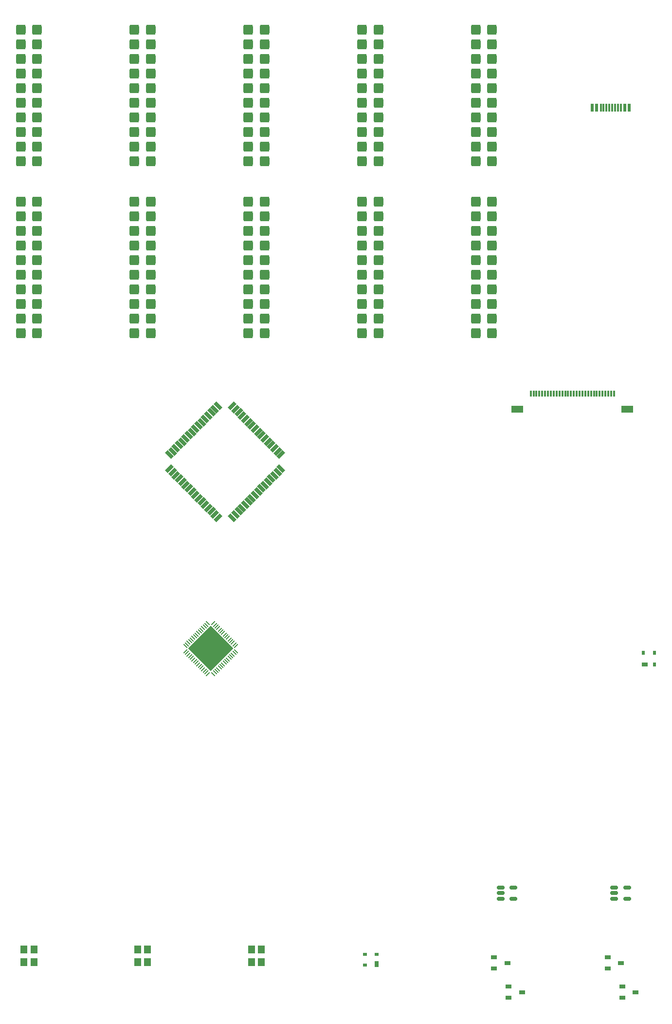
<source format=gbr>
%TF.GenerationSoftware,KiCad,Pcbnew,(6.0.2)*%
%TF.CreationDate,2022-03-22T08:03:31-04:00*%
%TF.ProjectId,Panel,50616e65-6c2e-46b6-9963-61645f706362,rev?*%
%TF.SameCoordinates,Original*%
%TF.FileFunction,Paste,Top*%
%TF.FilePolarity,Positive*%
%FSLAX46Y46*%
G04 Gerber Fmt 4.6, Leading zero omitted, Abs format (unit mm)*
G04 Created by KiCad (PCBNEW (6.0.2)) date 2022-03-22 08:03:31*
%MOMM*%
%LPD*%
G01*
G04 APERTURE LIST*
G04 Aperture macros list*
%AMRoundRect*
0 Rectangle with rounded corners*
0 $1 Rounding radius*
0 $2 $3 $4 $5 $6 $7 $8 $9 X,Y pos of 4 corners*
0 Add a 4 corners polygon primitive as box body*
4,1,4,$2,$3,$4,$5,$6,$7,$8,$9,$2,$3,0*
0 Add four circle primitives for the rounded corners*
1,1,$1+$1,$2,$3*
1,1,$1+$1,$4,$5*
1,1,$1+$1,$6,$7*
1,1,$1+$1,$8,$9*
0 Add four rect primitives between the rounded corners*
20,1,$1+$1,$2,$3,$4,$5,0*
20,1,$1+$1,$4,$5,$6,$7,0*
20,1,$1+$1,$6,$7,$8,$9,0*
20,1,$1+$1,$8,$9,$2,$3,0*%
%AMRotRect*
0 Rectangle, with rotation*
0 The origin of the aperture is its center*
0 $1 length*
0 $2 width*
0 $3 Rotation angle, in degrees counterclockwise*
0 Add horizontal line*
21,1,$1,$2,0,0,$3*%
G04 Aperture macros list end*
%ADD10RoundRect,0.289474X-0.535526X-0.585526X0.535526X-0.585526X0.535526X0.585526X-0.535526X0.585526X0*%
%ADD11R,1.200000X1.400000*%
%ADD12RotRect,0.600000X1.475000X135.000000*%
%ADD13RotRect,0.600000X1.475000X45.000000*%
%ADD14R,0.700000X1.000000*%
%ADD15R,0.700000X0.600000*%
%ADD16R,1.050000X0.700000*%
%ADD17R,0.300000X1.000000*%
%ADD18R,2.000000X1.300000*%
%ADD19RoundRect,0.150000X-0.512500X-0.150000X0.512500X-0.150000X0.512500X0.150000X-0.512500X0.150000X0*%
%ADD20R,1.000000X0.700000*%
%ADD21R,0.600000X0.700000*%
%ADD22R,0.600000X1.450000*%
%ADD23R,0.300000X1.450000*%
%ADD24RotRect,0.200000X0.850000X135.000000*%
%ADD25RotRect,0.200000X0.850000X45.000000*%
%ADD26RotRect,5.550000X5.550000X45.000000*%
G04 APERTURE END LIST*
D10*
%TO.C,G70*%
X88191699Y-91059998D03*
X91013999Y-91059998D03*
%TD*%
%TO.C,G23*%
X107991699Y-43339998D03*
X110813999Y-43339998D03*
%TD*%
%TO.C,G91*%
X147591699Y-68199998D03*
X150413999Y-68199998D03*
%TD*%
%TO.C,G16*%
X88191699Y-50959998D03*
X91013999Y-50959998D03*
%TD*%
%TO.C,G75*%
X107991699Y-78359998D03*
X110813999Y-78359998D03*
%TD*%
%TO.C,G50*%
X147591699Y-61119998D03*
X150413999Y-61119998D03*
%TD*%
D11*
%TO.C,Y2*%
X88749999Y-198179999D03*
X88749999Y-200379999D03*
X90449999Y-200379999D03*
X90449999Y-198179999D03*
%TD*%
D12*
%TO.C,IC1*%
X94238366Y-114608951D03*
X94804051Y-115174636D03*
X95369737Y-115740321D03*
X95935422Y-116306007D03*
X96501108Y-116871692D03*
X97066793Y-117437378D03*
X97632479Y-118003063D03*
X98198164Y-118568749D03*
X98763849Y-119134434D03*
X99329535Y-119700119D03*
X99895220Y-120265805D03*
X100460906Y-120831490D03*
X101026591Y-121397176D03*
X101592277Y-121962861D03*
X102157962Y-122528547D03*
X102723647Y-123094232D03*
D13*
X105181551Y-123094232D03*
X105747236Y-122528547D03*
X106312921Y-121962861D03*
X106878607Y-121397176D03*
X107444292Y-120831490D03*
X108009978Y-120265805D03*
X108575663Y-119700119D03*
X109141349Y-119134434D03*
X109707034Y-118568749D03*
X110272719Y-118003063D03*
X110838405Y-117437378D03*
X111404090Y-116871692D03*
X111969776Y-116306007D03*
X112535461Y-115740321D03*
X113101147Y-115174636D03*
X113666832Y-114608951D03*
D12*
X113666832Y-112151047D03*
X113101147Y-111585362D03*
X112535461Y-111019677D03*
X111969776Y-110453991D03*
X111404090Y-109888306D03*
X110838405Y-109322620D03*
X110272719Y-108756935D03*
X109707034Y-108191249D03*
X109141349Y-107625564D03*
X108575663Y-107059879D03*
X108009978Y-106494193D03*
X107444292Y-105928508D03*
X106878607Y-105362822D03*
X106312921Y-104797137D03*
X105747236Y-104231451D03*
X105181551Y-103665766D03*
D13*
X102723647Y-103665766D03*
X102157962Y-104231451D03*
X101592277Y-104797137D03*
X101026591Y-105362822D03*
X100460906Y-105928508D03*
X99895220Y-106494193D03*
X99329535Y-107059879D03*
X98763849Y-107625564D03*
X98198164Y-108191249D03*
X97632479Y-108756935D03*
X97066793Y-109322620D03*
X96501108Y-109888306D03*
X95935422Y-110453991D03*
X95369737Y-111019677D03*
X94804051Y-111585362D03*
X94238366Y-112151047D03*
%TD*%
D10*
%TO.C,G53*%
X68391699Y-73279998D03*
X71213999Y-73279998D03*
%TD*%
%TO.C,G90*%
X127791699Y-91059998D03*
X130613999Y-91059998D03*
%TD*%
%TO.C,G13*%
X88191699Y-43339998D03*
X91013999Y-43339998D03*
%TD*%
%TO.C,G40*%
X127791699Y-61119998D03*
X130613999Y-61119998D03*
%TD*%
D14*
%TO.C,U3*%
X130320000Y-200659999D03*
D15*
X130320000Y-198959999D03*
X128320000Y-198959999D03*
X128320000Y-200859999D03*
%TD*%
D10*
%TO.C,G66*%
X88191699Y-80899998D03*
X91013999Y-80899998D03*
%TD*%
%TO.C,G86*%
X127791699Y-80899998D03*
X130613999Y-80899998D03*
%TD*%
%TO.C,G33*%
X127791699Y-43339998D03*
X130613999Y-43339998D03*
%TD*%
%TO.C,G73*%
X107991699Y-73279998D03*
X110813999Y-73279998D03*
%TD*%
%TO.C,G57*%
X68391699Y-83439998D03*
X71213999Y-83439998D03*
%TD*%
D16*
%TO.C,IC2*%
X150749998Y-199530001D03*
X150749998Y-201430001D03*
X153049998Y-200480001D03*
%TD*%
D17*
%TO.C,UOLED1*%
X157122599Y-101554999D03*
X157622599Y-101554999D03*
X158122599Y-101554999D03*
X158622599Y-101554999D03*
X159122599Y-101554999D03*
X159622599Y-101554999D03*
X160122599Y-101554999D03*
X160622599Y-101554999D03*
X161122599Y-101554999D03*
X161622599Y-101554999D03*
X162122599Y-101554999D03*
X162622599Y-101554999D03*
X163122599Y-101554999D03*
X163622599Y-101554999D03*
X164122599Y-101554999D03*
X164622599Y-101554999D03*
X165122599Y-101554999D03*
X165622599Y-101554999D03*
X166122599Y-101554999D03*
X166622599Y-101554999D03*
X167122599Y-101554999D03*
X167622599Y-101554999D03*
X168122599Y-101554999D03*
X168622599Y-101554999D03*
X169122599Y-101554999D03*
X169622599Y-101554999D03*
X170122599Y-101554999D03*
X170622599Y-101554999D03*
X171122599Y-101554999D03*
X171622599Y-101554999D03*
D18*
X154822599Y-104254999D03*
X173922599Y-104254999D03*
%TD*%
D10*
%TO.C,G39*%
X127791699Y-58579998D03*
X130613999Y-58579998D03*
%TD*%
%TO.C,G24*%
X107991699Y-45879998D03*
X110813999Y-45879998D03*
%TD*%
%TO.C,G5*%
X68391699Y-48419998D03*
X71213999Y-48419998D03*
%TD*%
%TO.C,G12*%
X88191699Y-40799998D03*
X91013999Y-40799998D03*
%TD*%
%TO.C,G76*%
X107991699Y-80899998D03*
X110813999Y-80899998D03*
%TD*%
%TO.C,G71*%
X107991699Y-68199998D03*
X110813999Y-68199998D03*
%TD*%
%TO.C,G88*%
X127791699Y-85979998D03*
X130613999Y-85979998D03*
%TD*%
%TO.C,G94*%
X147591699Y-75819998D03*
X150413999Y-75819998D03*
%TD*%
%TO.C,G58*%
X68391699Y-85979998D03*
X71213999Y-85979998D03*
%TD*%
%TO.C,G69*%
X88191699Y-88519998D03*
X91013999Y-88519998D03*
%TD*%
%TO.C,G98*%
X147591699Y-85979998D03*
X150413999Y-85979998D03*
%TD*%
%TO.C,G11*%
X88191699Y-38259998D03*
X91013999Y-38259998D03*
%TD*%
%TO.C,G25*%
X107991699Y-48419998D03*
X110813999Y-48419998D03*
%TD*%
%TO.C,G17*%
X88191699Y-53499998D03*
X91013999Y-53499998D03*
%TD*%
%TO.C,G6*%
X68391699Y-50959998D03*
X71213999Y-50959998D03*
%TD*%
%TO.C,G78*%
X107991699Y-85979998D03*
X110813999Y-85979998D03*
%TD*%
%TO.C,G100*%
X147591699Y-91059998D03*
X150413999Y-91059998D03*
%TD*%
%TO.C,G95*%
X147591699Y-78359998D03*
X150413999Y-78359998D03*
%TD*%
%TO.C,G93*%
X147591699Y-73279998D03*
X150413999Y-73279998D03*
%TD*%
%TO.C,G41*%
X147591699Y-38259998D03*
X150413999Y-38259998D03*
%TD*%
%TO.C,G84*%
X127791699Y-75819998D03*
X130613999Y-75819998D03*
%TD*%
%TO.C,G47*%
X147591699Y-53499998D03*
X150413999Y-53499998D03*
%TD*%
%TO.C,G64*%
X88191699Y-75819998D03*
X91013999Y-75819998D03*
%TD*%
%TO.C,G51*%
X68391699Y-68199998D03*
X71213999Y-68199998D03*
%TD*%
D19*
%TO.C,U4*%
X171642499Y-187410000D03*
X171642499Y-188360000D03*
X171642499Y-189310000D03*
X173917499Y-189310000D03*
X173917499Y-187410000D03*
%TD*%
D10*
%TO.C,G63*%
X88191699Y-73279998D03*
X91013999Y-73279998D03*
%TD*%
D11*
%TO.C,Y1*%
X68969999Y-198179999D03*
X68969999Y-200379999D03*
X70669999Y-200379999D03*
X70669999Y-198179999D03*
%TD*%
D10*
%TO.C,G21*%
X107991699Y-38259998D03*
X110813999Y-38259998D03*
%TD*%
%TO.C,G85*%
X127791699Y-78359998D03*
X130613999Y-78359998D03*
%TD*%
%TO.C,G74*%
X107991699Y-75819998D03*
X110813999Y-75819998D03*
%TD*%
%TO.C,G62*%
X88191699Y-70739998D03*
X91013999Y-70739998D03*
%TD*%
%TO.C,G68*%
X88191699Y-85979998D03*
X91013999Y-85979998D03*
%TD*%
D16*
%TO.C,IC4*%
X170529998Y-199530001D03*
X170529998Y-201430001D03*
X172829998Y-200480001D03*
%TD*%
D10*
%TO.C,G79*%
X107991699Y-88519998D03*
X110813999Y-88519998D03*
%TD*%
%TO.C,G42*%
X147591699Y-40799998D03*
X150413999Y-40799998D03*
%TD*%
D20*
%TO.C,U3*%
X176949998Y-148620000D03*
D21*
X178649998Y-148620000D03*
X178649998Y-146620000D03*
X176749998Y-146620000D03*
%TD*%
D10*
%TO.C,G19*%
X88191699Y-58579998D03*
X91013999Y-58579998D03*
%TD*%
%TO.C,G14*%
X88191699Y-45879998D03*
X91013999Y-45879998D03*
%TD*%
%TO.C,G89*%
X127791699Y-88519998D03*
X130613999Y-88519998D03*
%TD*%
%TO.C,G27*%
X107991699Y-53499998D03*
X110813999Y-53499998D03*
%TD*%
%TO.C,G35*%
X127791699Y-48419998D03*
X130613999Y-48419998D03*
%TD*%
D16*
%TO.C,IC5*%
X173069998Y-204610001D03*
X173069998Y-206510001D03*
X175369998Y-205560001D03*
%TD*%
D10*
%TO.C,G80*%
X107991699Y-91059998D03*
X110813999Y-91059998D03*
%TD*%
%TO.C,G43*%
X147591699Y-43339998D03*
X150413999Y-43339998D03*
%TD*%
%TO.C,G36*%
X127791699Y-50959998D03*
X130613999Y-50959998D03*
%TD*%
%TO.C,G46*%
X147591699Y-50959998D03*
X150413999Y-50959998D03*
%TD*%
%TO.C,G7*%
X68391699Y-53499998D03*
X71213999Y-53499998D03*
%TD*%
%TO.C,G82*%
X127791699Y-70739998D03*
X130613999Y-70739998D03*
%TD*%
%TO.C,G32*%
X127791699Y-40799998D03*
X130613999Y-40799998D03*
%TD*%
%TO.C,G34*%
X127791699Y-45879998D03*
X130613999Y-45879998D03*
%TD*%
%TO.C,G72*%
X107991699Y-70739998D03*
X110813999Y-70739998D03*
%TD*%
%TO.C,G18*%
X88191699Y-56039998D03*
X91013999Y-56039998D03*
%TD*%
%TO.C,G97*%
X147591699Y-83439998D03*
X150413999Y-83439998D03*
%TD*%
%TO.C,G31*%
X127791699Y-38259998D03*
X130613999Y-38259998D03*
%TD*%
%TO.C,G59*%
X68391699Y-88519998D03*
X71213999Y-88519998D03*
%TD*%
%TO.C,G30*%
X107991699Y-61119998D03*
X110813999Y-61119998D03*
%TD*%
%TO.C,G15*%
X88191699Y-48419998D03*
X91013999Y-48419998D03*
%TD*%
%TO.C,G92*%
X147591699Y-70739998D03*
X150413999Y-70739998D03*
%TD*%
%TO.C,G77*%
X107991699Y-83439998D03*
X110813999Y-83439998D03*
%TD*%
%TO.C,G9*%
X68391699Y-58579998D03*
X71213999Y-58579998D03*
%TD*%
%TO.C,G8*%
X68391699Y-56039998D03*
X71213999Y-56039998D03*
%TD*%
%TO.C,G81*%
X127791699Y-68199998D03*
X130613999Y-68199998D03*
%TD*%
%TO.C,G1*%
X68391699Y-38259998D03*
X71213999Y-38259998D03*
%TD*%
D16*
%TO.C,IC3*%
X153289998Y-204610001D03*
X153289998Y-206510001D03*
X155589998Y-205560001D03*
%TD*%
D10*
%TO.C,G55*%
X68391699Y-78359998D03*
X71213999Y-78359998D03*
%TD*%
%TO.C,G49*%
X147591699Y-58579998D03*
X150413999Y-58579998D03*
%TD*%
%TO.C,G52*%
X68391699Y-70739998D03*
X71213999Y-70739998D03*
%TD*%
%TO.C,G4*%
X68391699Y-45879998D03*
X71213999Y-45879998D03*
%TD*%
%TO.C,G38*%
X127791699Y-56039998D03*
X130613999Y-56039998D03*
%TD*%
%TO.C,G65*%
X88191699Y-78359998D03*
X91013999Y-78359998D03*
%TD*%
%TO.C,G61*%
X88191699Y-68199998D03*
X91013999Y-68199998D03*
%TD*%
D11*
%TO.C,Y3*%
X108529999Y-198179999D03*
X108529999Y-200379999D03*
X110229999Y-200379999D03*
X110229999Y-198179999D03*
%TD*%
D10*
%TO.C,G10*%
X68391699Y-61119998D03*
X71213999Y-61119998D03*
%TD*%
%TO.C,G26*%
X107991699Y-50959998D03*
X110813999Y-50959998D03*
%TD*%
%TO.C,G99*%
X147591699Y-88519998D03*
X150413999Y-88519998D03*
%TD*%
%TO.C,G56*%
X68391699Y-80899998D03*
X71213999Y-80899998D03*
%TD*%
%TO.C,G2*%
X68391699Y-40799998D03*
X71213999Y-40799998D03*
%TD*%
%TO.C,G22*%
X107991699Y-40799998D03*
X110813999Y-40799998D03*
%TD*%
%TO.C,G87*%
X127791699Y-83439998D03*
X130613999Y-83439998D03*
%TD*%
%TO.C,G44*%
X147591699Y-45879998D03*
X150413999Y-45879998D03*
%TD*%
%TO.C,G83*%
X127791699Y-73279998D03*
X130613999Y-73279998D03*
%TD*%
%TO.C,G67*%
X88191699Y-83439998D03*
X91013999Y-83439998D03*
%TD*%
%TO.C,G37*%
X127791699Y-53499998D03*
X130613999Y-53499998D03*
%TD*%
%TO.C,G28*%
X107991699Y-56039998D03*
X110813999Y-56039998D03*
%TD*%
%TO.C,G3*%
X68391699Y-43339998D03*
X71213999Y-43339998D03*
%TD*%
%TO.C,G54*%
X68391699Y-75819998D03*
X71213999Y-75819998D03*
%TD*%
%TO.C,G29*%
X107991699Y-58579998D03*
X110813999Y-58579998D03*
%TD*%
D19*
%TO.C,U2*%
X151862499Y-187410000D03*
X151862499Y-188360000D03*
X151862499Y-189310000D03*
X154137499Y-189310000D03*
X154137499Y-187410000D03*
%TD*%
D10*
%TO.C,G60*%
X68391699Y-91059998D03*
X71213999Y-91059998D03*
%TD*%
%TO.C,G20*%
X88191699Y-61119998D03*
X91013999Y-61119998D03*
%TD*%
D22*
%TO.C,USB1*%
X167827600Y-51850001D03*
X168602600Y-51850001D03*
D23*
X169302600Y-51850001D03*
X169802600Y-51850001D03*
X170302600Y-51850001D03*
X170802600Y-51850001D03*
X171302600Y-51850001D03*
X171802600Y-51850001D03*
X172302600Y-51850001D03*
X172802600Y-51850001D03*
D22*
X173502600Y-51850001D03*
X174277600Y-51850001D03*
%TD*%
D10*
%TO.C,G96*%
X147591699Y-80899998D03*
X150413999Y-80899998D03*
%TD*%
%TO.C,G45*%
X147591699Y-48419998D03*
X150413999Y-48419998D03*
%TD*%
D24*
%TO.C,U1*%
X97000582Y-146319618D03*
X97283424Y-146602461D03*
X97566267Y-146885304D03*
X97849110Y-147168147D03*
X98131952Y-147450989D03*
X98414795Y-147733832D03*
X98697638Y-148016675D03*
X98980481Y-148299517D03*
X99263323Y-148582360D03*
X99546166Y-148865203D03*
X99829009Y-149148046D03*
X100111851Y-149430888D03*
X100394694Y-149713731D03*
X100677537Y-149996574D03*
X100960380Y-150279416D03*
D25*
X101879618Y-150279416D03*
X102162461Y-149996574D03*
X102445304Y-149713731D03*
X102728147Y-149430888D03*
X103010989Y-149148046D03*
X103293832Y-148865203D03*
X103576675Y-148582360D03*
X103859517Y-148299517D03*
X104142360Y-148016675D03*
X104425203Y-147733832D03*
X104708046Y-147450989D03*
X104990888Y-147168147D03*
X105273731Y-146885304D03*
X105556574Y-146602461D03*
X105839416Y-146319618D03*
D24*
X105839416Y-145400380D03*
X105556574Y-145117537D03*
X105273731Y-144834694D03*
X104990888Y-144551851D03*
X104708046Y-144269009D03*
X104425203Y-143986166D03*
X104142360Y-143703323D03*
X103859517Y-143420481D03*
X103576675Y-143137638D03*
X103293832Y-142854795D03*
X103010989Y-142571952D03*
X102728147Y-142289110D03*
X102445304Y-142006267D03*
X102162461Y-141723424D03*
X101879618Y-141440582D03*
D25*
X100960380Y-141440582D03*
X100677537Y-141723424D03*
X100394694Y-142006267D03*
X100111851Y-142289110D03*
X99829009Y-142571952D03*
X99546166Y-142854795D03*
X99263323Y-143137638D03*
X98980481Y-143420481D03*
X98697638Y-143703323D03*
X98414795Y-143986166D03*
X98131952Y-144269009D03*
X97849110Y-144551851D03*
X97566267Y-144834694D03*
X97283424Y-145117537D03*
X97000582Y-145400380D03*
D26*
X101419999Y-145859999D03*
%TD*%
D10*
%TO.C,G48*%
X147591699Y-56039998D03*
X150413999Y-56039998D03*
%TD*%
M02*

</source>
